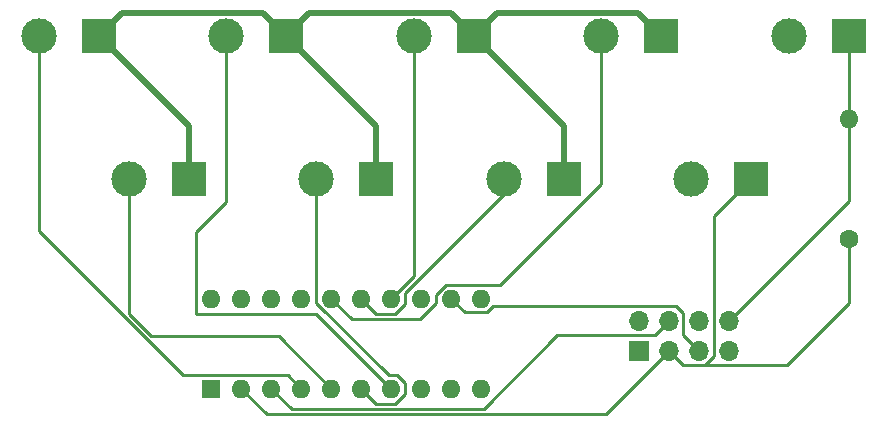
<source format=gtl>
%TF.GenerationSoftware,KiCad,Pcbnew,7.0.7*%
%TF.CreationDate,2023-09-28T15:42:35-05:00*%
%TF.ProjectId,iowa-rover-kiosk-lamps,696f7761-2d72-46f7-9665-722d6b696f73,rev?*%
%TF.SameCoordinates,Original*%
%TF.FileFunction,Copper,L1,Top*%
%TF.FilePolarity,Positive*%
%FSLAX46Y46*%
G04 Gerber Fmt 4.6, Leading zero omitted, Abs format (unit mm)*
G04 Created by KiCad (PCBNEW 7.0.7) date 2023-09-28 15:42:35*
%MOMM*%
%LPD*%
G01*
G04 APERTURE LIST*
%TA.AperFunction,ComponentPad*%
%ADD10R,3.000000X3.000000*%
%TD*%
%TA.AperFunction,ComponentPad*%
%ADD11C,3.000000*%
%TD*%
%TA.AperFunction,ComponentPad*%
%ADD12R,1.600000X1.600000*%
%TD*%
%TA.AperFunction,ComponentPad*%
%ADD13O,1.600000X1.600000*%
%TD*%
%TA.AperFunction,ComponentPad*%
%ADD14R,1.700000X1.700000*%
%TD*%
%TA.AperFunction,ComponentPad*%
%ADD15O,1.700000X1.700000*%
%TD*%
%TA.AperFunction,ComponentPad*%
%ADD16C,1.600000*%
%TD*%
%TA.AperFunction,Conductor*%
%ADD17C,0.500000*%
%TD*%
%TA.AperFunction,Conductor*%
%ADD18C,0.250000*%
%TD*%
G04 APERTURE END LIST*
D10*
%TO.P,RFID Lamp 2,1,-*%
%TO.N,+12V*%
X96520000Y-46355000D03*
D11*
%TO.P,RFID Lamp 2,2,+*%
%TO.N,Net-(LA2-+)*%
X91440000Y-46355000D03*
%TD*%
D10*
%TO.P,RFID Lamp 4,1,-*%
%TO.N,+12V*%
X112395000Y-46355000D03*
D11*
%TO.P,RFID Lamp 4,2,+*%
%TO.N,Net-(LA4-+)*%
X107315000Y-46355000D03*
%TD*%
D12*
%TO.P,U1,1,NC*%
%TO.N,unconnected-(U1-NC-Pad1)*%
X98425000Y-64135000D03*
D13*
%TO.P,U1,2,VCC*%
%TO.N,+5V*%
X100965000Y-64135000D03*
%TO.P,U1,3,SERIN*%
%TO.N,Net-(J1-Pin_4)*%
X103505000Y-64135000D03*
%TO.P,U1,4,DRAIN0*%
%TO.N,Net-(LA1-+)*%
X106045000Y-64135000D03*
%TO.P,U1,5,DRAIN1*%
%TO.N,Net-(LA2-+)*%
X108585000Y-64135000D03*
%TO.P,U1,6,DRAIN2*%
%TO.N,Net-(LA4-+)*%
X111125000Y-64135000D03*
%TO.P,U1,7,DRAIN3*%
%TO.N,Net-(LA3-+)*%
X113665000Y-64135000D03*
%TO.P,U1,8,SRCLR*%
%TO.N,+5V*%
X116205000Y-64135000D03*
%TO.P,U1,9,G*%
%TO.N,GND*%
X118745000Y-64135000D03*
%TO.P,U1,10,GND*%
X121285000Y-64135000D03*
%TO.P,U1,11,GND*%
X121285000Y-56515000D03*
%TO.P,U1,12,RCK*%
%TO.N,Net-(J1-Pin_5)*%
X118745000Y-56515000D03*
%TO.P,U1,13,SRCK*%
%TO.N,Net-(J1-Pin_6)*%
X116205000Y-56515000D03*
%TO.P,U1,14,DRAIN4*%
%TO.N,Net-(LA5-+)*%
X113665000Y-56515000D03*
%TO.P,U1,15,DRAIN5*%
%TO.N,Net-(LA6-+)*%
X111125000Y-56515000D03*
%TO.P,U1,16,DRAIN6*%
%TO.N,Net-(LA7-+)*%
X108585000Y-56515000D03*
%TO.P,U1,17,DRAIN7*%
%TO.N,Net-(LA8-+)*%
X106045000Y-56515000D03*
%TO.P,U1,18,SEROUT*%
%TO.N,unconnected-(U1-SEROUT-Pad18)*%
X103505000Y-56515000D03*
%TO.P,U1,19,GND*%
%TO.N,GND*%
X100965000Y-56515000D03*
%TO.P,U1,20,NC*%
%TO.N,unconnected-(U1-NC-Pad20)*%
X98425000Y-56515000D03*
%TD*%
D10*
%TO.P,Error Lamp,1,-*%
%TO.N,+12V*%
X128270000Y-46355000D03*
D11*
%TO.P,Error Lamp,2,+*%
%TO.N,Net-(LA6-+)*%
X123190000Y-46355000D03*
%TD*%
D14*
%TO.P,J1,1,Pin_1*%
%TO.N,GND*%
X134630000Y-60965000D03*
D15*
%TO.P,J1,2,Pin_2*%
%TO.N,+12V*%
X134630000Y-58425000D03*
%TO.P,J1,3,Pin_3*%
%TO.N,+5V*%
X137170000Y-60965000D03*
%TO.P,J1,4,Pin_4*%
%TO.N,Net-(J1-Pin_4)*%
X137170000Y-58425000D03*
%TO.P,J1,5,Pin_5*%
%TO.N,Net-(J1-Pin_5)*%
X139710000Y-60965000D03*
%TO.P,J1,6,Pin_6*%
%TO.N,Net-(J1-Pin_6)*%
X139710000Y-58425000D03*
%TO.P,J1,7,Pin_7*%
%TO.N,unconnected-(J1-Pin_7-Pad7)*%
X142250000Y-60965000D03*
%TO.P,J1,8,Pin_8*%
%TO.N,Net-(J1-Pin_8)*%
X142250000Y-58425000D03*
%TD*%
D16*
%TO.P,R1,1*%
%TO.N,+5V*%
X152400000Y-51435000D03*
D13*
%TO.P,R1,2*%
%TO.N,Net-(J1-Pin_8)*%
X152400000Y-41275000D03*
%TD*%
D10*
%TO.P,Tx Btn,1,1*%
%TO.N,Net-(J1-Pin_8)*%
X152400000Y-34290000D03*
D11*
%TO.P,Tx Btn,2,2*%
%TO.N,GND*%
X147320000Y-34290000D03*
%TD*%
D10*
%TO.P,Tx Btn Lamp,1,-*%
%TO.N,+5V*%
X144145000Y-46355000D03*
D11*
%TO.P,Tx Btn Lamp,2,+*%
%TO.N,Net-(LA8-+)*%
X139065000Y-46355000D03*
%TD*%
D10*
%TO.P,Ready Lamp,1,-*%
%TO.N,+12V*%
X120650000Y-34290000D03*
D11*
%TO.P,Ready Lamp,2,+*%
%TO.N,Net-(LA5-+)*%
X115570000Y-34290000D03*
%TD*%
D10*
%TO.P,Running Lamp,1,-*%
%TO.N,+12V*%
X136525000Y-34290000D03*
D11*
%TO.P,Running Lamp,2,+*%
%TO.N,Net-(LA7-+)*%
X131445000Y-34290000D03*
%TD*%
D10*
%TO.P,RFID Lamp 1,1,-*%
%TO.N,+12V*%
X88900000Y-34290000D03*
D11*
%TO.P,RFID Lamp 1,2,+*%
%TO.N,Net-(LA1-+)*%
X83820000Y-34290000D03*
%TD*%
D10*
%TO.P,RFID Lamp 3,1,-*%
%TO.N,+12V*%
X104775000Y-34290000D03*
D11*
%TO.P,RFID Lamp 3,2,+*%
%TO.N,Net-(LA3-+)*%
X99695000Y-34290000D03*
%TD*%
D17*
%TO.N,+12V*%
X120650000Y-34290000D02*
X122600000Y-32340000D01*
X134575000Y-32340000D02*
X136525000Y-34290000D01*
X106725000Y-32340000D02*
X118700000Y-32340000D01*
X120650000Y-34290000D02*
X128270000Y-41910000D01*
X96520000Y-41910000D02*
X96520000Y-46355000D01*
X128270000Y-41910000D02*
X128270000Y-46355000D01*
X102825000Y-32340000D02*
X104775000Y-34290000D01*
X88900000Y-34290000D02*
X90850000Y-32340000D01*
X118700000Y-32340000D02*
X120650000Y-34290000D01*
X104775000Y-34290000D02*
X112395000Y-41910000D01*
X112395000Y-41910000D02*
X112395000Y-46355000D01*
X104775000Y-34290000D02*
X106725000Y-32340000D01*
X90850000Y-32340000D02*
X102825000Y-32340000D01*
X88900000Y-34290000D02*
X96520000Y-41910000D01*
X122600000Y-32340000D02*
X134575000Y-32340000D01*
D18*
%TO.N,+5V*%
X131830000Y-66305000D02*
X103135000Y-66305000D01*
X140196701Y-62140000D02*
X140970000Y-61366701D01*
X138345000Y-62140000D02*
X140196701Y-62140000D01*
X147156000Y-62140000D02*
X152400000Y-56896000D01*
X137170000Y-60965000D02*
X131830000Y-66305000D01*
X152400000Y-56896000D02*
X152400000Y-51435000D01*
X140970000Y-49530000D02*
X144145000Y-46355000D01*
X137170000Y-60965000D02*
X138345000Y-62140000D01*
X103135000Y-66305000D02*
X100965000Y-64135000D01*
X138345000Y-62140000D02*
X147156000Y-62140000D01*
X140970000Y-61366701D02*
X140970000Y-49530000D01*
%TO.N,Net-(J1-Pin_4)*%
X127725000Y-59600000D02*
X121470000Y-65855000D01*
X105225000Y-65855000D02*
X103505000Y-64135000D01*
X121470000Y-65855000D02*
X105225000Y-65855000D01*
X137170000Y-58425000D02*
X135995000Y-59600000D01*
X135995000Y-59600000D02*
X127725000Y-59600000D01*
%TO.N,Net-(J1-Pin_5)*%
X119870000Y-57640000D02*
X118745000Y-56515000D01*
X137795000Y-57150000D02*
X122240991Y-57150000D01*
X138345000Y-59600000D02*
X138345000Y-57700000D01*
X121750991Y-57640000D02*
X119870000Y-57640000D01*
X138345000Y-57700000D02*
X137795000Y-57150000D01*
X122240991Y-57150000D02*
X121750991Y-57640000D01*
X139710000Y-60965000D02*
X138345000Y-59600000D01*
%TO.N,Net-(J1-Pin_8)*%
X152400000Y-34290000D02*
X152400000Y-41275000D01*
X152400000Y-48275000D02*
X152400000Y-41275000D01*
X142250000Y-58425000D02*
X152400000Y-48275000D01*
%TO.N,Net-(LA1-+)*%
X104920000Y-63010000D02*
X106045000Y-64135000D01*
X83820000Y-50801396D02*
X96028604Y-63010000D01*
X96028604Y-63010000D02*
X104920000Y-63010000D01*
X83820000Y-34290000D02*
X83820000Y-50801396D01*
%TO.N,Net-(LA2-+)*%
X91440000Y-57785000D02*
X93345000Y-59690000D01*
X91440000Y-46355000D02*
X91440000Y-57785000D01*
X93345000Y-59690000D02*
X104140000Y-59690000D01*
X104140000Y-59690000D02*
X108585000Y-64135000D01*
%TO.N,Net-(LA3-+)*%
X97155000Y-57785000D02*
X107315000Y-57785000D01*
X99695000Y-48284009D02*
X97155000Y-50824009D01*
X97155000Y-50824009D02*
X97155000Y-57785000D01*
X99695000Y-34290000D02*
X99695000Y-48284009D01*
X107315000Y-57785000D02*
X113665000Y-64135000D01*
%TO.N,Net-(LA4-+)*%
X107315000Y-46355000D02*
X107315000Y-56835991D01*
X114790000Y-64600991D02*
X113985991Y-65405000D01*
X113489009Y-63010000D02*
X114130991Y-63010000D01*
X114790000Y-63669009D02*
X114790000Y-64600991D01*
X114130991Y-63010000D02*
X114790000Y-63669009D01*
X112395000Y-65405000D02*
X111125000Y-64135000D01*
X107315000Y-56835991D02*
X113489009Y-63010000D01*
X113985991Y-65405000D02*
X112395000Y-65405000D01*
%TO.N,Net-(LA5-+)*%
X115570000Y-54610000D02*
X113665000Y-56515000D01*
X115570000Y-34290000D02*
X115570000Y-54610000D01*
%TO.N,Net-(LA6-+)*%
X114790000Y-56980991D02*
X113985991Y-57785000D01*
X123190000Y-47649009D02*
X114790000Y-56049009D01*
X113985991Y-57785000D02*
X112395000Y-57785000D01*
X112395000Y-57785000D02*
X111125000Y-56515000D01*
X123190000Y-46355000D02*
X123190000Y-47649009D01*
X114790000Y-56049009D02*
X114790000Y-56980991D01*
%TO.N,Net-(LA7-+)*%
X117475000Y-56194009D02*
X117475000Y-56835991D01*
X110305000Y-58235000D02*
X108585000Y-56515000D01*
X118279009Y-55390000D02*
X117475000Y-56194009D01*
X131445000Y-34290000D02*
X131445000Y-46830000D01*
X117475000Y-56835991D02*
X116075991Y-58235000D01*
X131445000Y-46830000D02*
X122885000Y-55390000D01*
X122885000Y-55390000D02*
X118279009Y-55390000D01*
X116075991Y-58235000D02*
X110305000Y-58235000D01*
%TD*%
M02*

</source>
